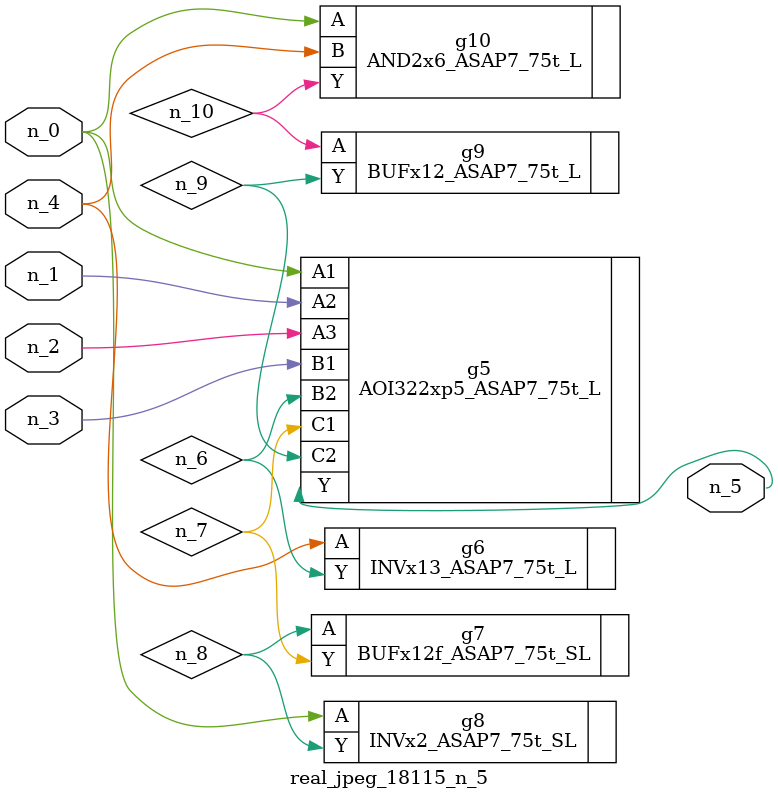
<source format=v>
module real_jpeg_18115_n_5 (n_4, n_0, n_1, n_2, n_3, n_5);

input n_4;
input n_0;
input n_1;
input n_2;
input n_3;

output n_5;

wire n_8;
wire n_6;
wire n_7;
wire n_10;
wire n_9;

AOI322xp5_ASAP7_75t_L g5 ( 
.A1(n_0),
.A2(n_1),
.A3(n_2),
.B1(n_3),
.B2(n_6),
.C1(n_7),
.C2(n_9),
.Y(n_5)
);

INVx2_ASAP7_75t_SL g8 ( 
.A(n_0),
.Y(n_8)
);

AND2x6_ASAP7_75t_L g10 ( 
.A(n_0),
.B(n_4),
.Y(n_10)
);

INVx13_ASAP7_75t_L g6 ( 
.A(n_4),
.Y(n_6)
);

BUFx12f_ASAP7_75t_SL g7 ( 
.A(n_8),
.Y(n_7)
);

BUFx12_ASAP7_75t_L g9 ( 
.A(n_10),
.Y(n_9)
);


endmodule
</source>
